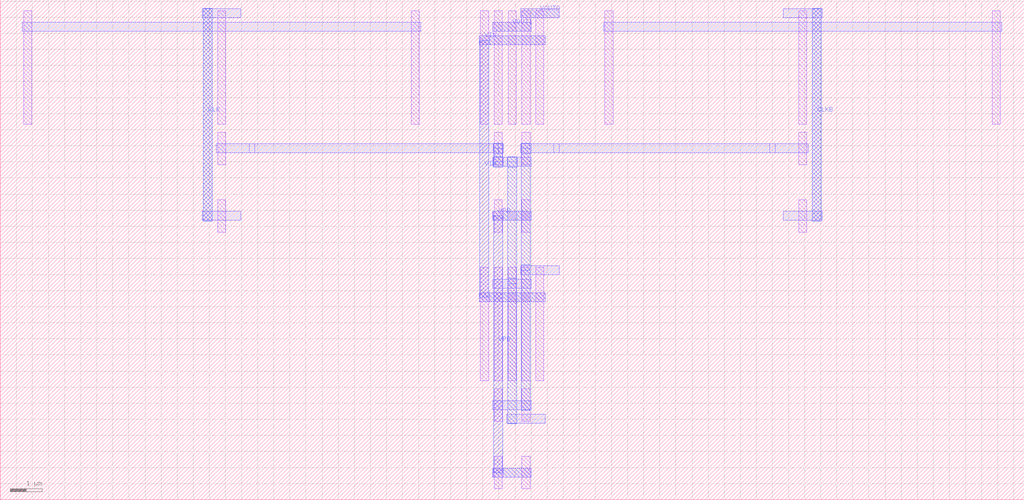
<source format=lef>
MACRO DCDC_XSW_PMOS
  ORIGIN 0 0 ;
  FOREIGN DCDC_XSW_PMOS 0 0 ;
  SIZE 31.82 BY 15.54 ;
  PIN VPB
    DIRECTION INOUT ;
    USE SIGNAL ;
    PORT 
      LAYER M2 ;
        RECT 15.31 0.7 16.51 0.98 ;
      LAYER M2 ;
        RECT 15.31 8.68 16.51 8.96 ;
      LAYER M2 ;
        RECT 15.32 0.7 15.64 0.98 ;
      LAYER M3 ;
        RECT 15.34 0.84 15.62 8.82 ;
      LAYER M2 ;
        RECT 15.32 8.68 15.64 8.96 ;
    END
  END VPB
  PIN VIN
    DIRECTION INOUT ;
    USE SIGNAL ;
    PORT 
      LAYER M2 ;
        RECT 14.88 6.16 16.94 6.44 ;
      LAYER M2 ;
        RECT 14.88 14.14 16.94 14.42 ;
      LAYER M2 ;
        RECT 14.89 6.16 15.21 6.44 ;
      LAYER M3 ;
        RECT 14.91 6.3 15.19 14.28 ;
      LAYER M2 ;
        RECT 14.89 14.14 15.21 14.42 ;
    END
  END VIN
  PIN VOUT0
    DIRECTION INOUT ;
    USE SIGNAL ;
    PORT 
      LAYER M2 ;
        RECT 16.17 14.98 17.37 15.26 ;
    END
  END VOUT0
  PIN VOUT1
    DIRECTION INOUT ;
    USE SIGNAL ;
    PORT 
      LAYER M2 ;
        RECT 15.31 14.56 16.51 14.84 ;
    END
  END VOUT1
  PIN CLKB
    DIRECTION INOUT ;
    USE SIGNAL ;
    PORT 
      LAYER M3 ;
        RECT 25.23 8.66 25.51 15.28 ;
    END
  END CLKB
  PIN CLK
    DIRECTION INOUT ;
    USE SIGNAL ;
    PORT 
      LAYER M3 ;
        RECT 6.31 8.66 6.59 15.28 ;
    END
  END CLK
  OBS 
  LAYER M3 ;
        RECT 16.2 2.78 16.48 7.3 ;
  LAYER M2 ;
        RECT 16.17 10.78 17.37 11.06 ;
  LAYER M2 ;
        RECT 23.91 10.78 25.11 11.06 ;
  LAYER M3 ;
        RECT 16.2 7.14 16.48 10.92 ;
  LAYER M2 ;
        RECT 16.18 10.78 16.5 11.06 ;
  LAYER M2 ;
        RECT 17.2 10.78 24.08 11.06 ;
  LAYER M2 ;
        RECT 16.18 10.78 16.5 11.06 ;
  LAYER M3 ;
        RECT 16.2 10.76 16.48 11.08 ;
  LAYER M2 ;
        RECT 16.18 10.78 16.5 11.06 ;
  LAYER M3 ;
        RECT 16.2 10.76 16.48 11.08 ;
  LAYER M2 ;
        RECT 16.18 10.78 16.5 11.06 ;
  LAYER M3 ;
        RECT 16.2 10.76 16.48 11.08 ;
  LAYER M2 ;
        RECT 16.18 10.78 16.5 11.06 ;
  LAYER M3 ;
        RECT 16.2 10.76 16.48 11.08 ;
  LAYER M3 ;
        RECT 15.77 2.36 16.05 6.88 ;
  LAYER M2 ;
        RECT 15.31 10.36 16.51 10.64 ;
  LAYER M2 ;
        RECT 6.71 10.78 7.91 11.06 ;
  LAYER M3 ;
        RECT 15.77 6.72 16.05 10.5 ;
  LAYER M2 ;
        RECT 15.75 10.36 16.07 10.64 ;
  LAYER M2 ;
        RECT 15.32 10.36 15.64 10.64 ;
  LAYER M3 ;
        RECT 15.34 10.5 15.62 10.92 ;
  LAYER M2 ;
        RECT 7.74 10.78 15.48 11.06 ;
  LAYER M2 ;
        RECT 15.75 10.36 16.07 10.64 ;
  LAYER M3 ;
        RECT 15.77 10.34 16.05 10.66 ;
  LAYER M2 ;
        RECT 15.75 10.36 16.07 10.64 ;
  LAYER M3 ;
        RECT 15.77 10.34 16.05 10.66 ;
  LAYER M2 ;
        RECT 15.32 10.36 15.64 10.64 ;
  LAYER M3 ;
        RECT 15.34 10.34 15.62 10.66 ;
  LAYER M2 ;
        RECT 15.32 10.78 15.64 11.06 ;
  LAYER M3 ;
        RECT 15.34 10.76 15.62 11.08 ;
  LAYER M2 ;
        RECT 15.75 10.36 16.07 10.64 ;
  LAYER M3 ;
        RECT 15.77 10.34 16.05 10.66 ;
  LAYER M2 ;
        RECT 15.32 10.36 15.64 10.64 ;
  LAYER M3 ;
        RECT 15.34 10.34 15.62 10.66 ;
  LAYER M2 ;
        RECT 15.32 10.78 15.64 11.06 ;
  LAYER M3 ;
        RECT 15.34 10.76 15.62 11.08 ;
  LAYER M2 ;
        RECT 15.75 10.36 16.07 10.64 ;
  LAYER M3 ;
        RECT 15.77 10.34 16.05 10.66 ;
  LAYER M1 ;
        RECT 16.215 3.695 16.465 7.225 ;
  LAYER M1 ;
        RECT 16.215 2.435 16.465 3.445 ;
  LAYER M1 ;
        RECT 16.215 0.335 16.465 1.345 ;
  LAYER M1 ;
        RECT 16.645 3.695 16.895 7.225 ;
  LAYER M1 ;
        RECT 15.785 3.695 16.035 7.225 ;
  LAYER M1 ;
        RECT 15.355 3.695 15.605 7.225 ;
  LAYER M1 ;
        RECT 15.355 2.435 15.605 3.445 ;
  LAYER M1 ;
        RECT 15.355 0.335 15.605 1.345 ;
  LAYER M1 ;
        RECT 14.925 3.695 15.175 7.225 ;
  LAYER M2 ;
        RECT 16.17 7 17.37 7.28 ;
  LAYER M2 ;
        RECT 15.31 2.8 16.51 3.08 ;
  LAYER M2 ;
        RECT 15.31 6.58 16.51 6.86 ;
  LAYER M2 ;
        RECT 15.74 2.38 16.94 2.66 ;
  LAYER M2 ;
        RECT 15.31 0.7 16.51 0.98 ;
  LAYER M3 ;
        RECT 16.2 2.78 16.48 7.3 ;
  LAYER M3 ;
        RECT 15.77 2.36 16.05 6.88 ;
  LAYER M2 ;
        RECT 14.88 6.16 16.94 6.44 ;
  LAYER M1 ;
        RECT 16.215 11.675 16.465 15.205 ;
  LAYER M1 ;
        RECT 16.215 10.415 16.465 11.425 ;
  LAYER M1 ;
        RECT 16.215 8.315 16.465 9.325 ;
  LAYER M1 ;
        RECT 16.645 11.675 16.895 15.205 ;
  LAYER M1 ;
        RECT 15.785 11.675 16.035 15.205 ;
  LAYER M1 ;
        RECT 15.355 11.675 15.605 15.205 ;
  LAYER M1 ;
        RECT 15.355 10.415 15.605 11.425 ;
  LAYER M1 ;
        RECT 15.355 8.315 15.605 9.325 ;
  LAYER M1 ;
        RECT 14.925 11.675 15.175 15.205 ;
  LAYER M2 ;
        RECT 15.31 8.68 16.51 8.96 ;
  LAYER M2 ;
        RECT 16.17 14.98 17.37 15.26 ;
  LAYER M2 ;
        RECT 15.31 14.56 16.51 14.84 ;
  LAYER M2 ;
        RECT 16.17 10.78 17.37 11.06 ;
  LAYER M2 ;
        RECT 15.31 10.36 16.51 10.64 ;
  LAYER M2 ;
        RECT 14.88 14.14 16.94 14.42 ;
  LAYER M1 ;
        RECT 24.815 11.675 25.065 15.205 ;
  LAYER M1 ;
        RECT 24.815 10.415 25.065 11.425 ;
  LAYER M1 ;
        RECT 24.815 8.315 25.065 9.325 ;
  LAYER M1 ;
        RECT 18.795 11.675 19.045 15.205 ;
  LAYER M1 ;
        RECT 30.835 11.675 31.085 15.205 ;
  LAYER M2 ;
        RECT 24.34 14.98 25.54 15.26 ;
  LAYER M2 ;
        RECT 18.75 14.56 31.13 14.84 ;
  LAYER M2 ;
        RECT 24.34 8.68 25.54 8.96 ;
  LAYER M2 ;
        RECT 23.91 10.78 25.11 11.06 ;
  LAYER M3 ;
        RECT 25.23 8.66 25.51 15.28 ;
  LAYER M1 ;
        RECT 6.755 11.675 7.005 15.205 ;
  LAYER M1 ;
        RECT 6.755 10.415 7.005 11.425 ;
  LAYER M1 ;
        RECT 6.755 8.315 7.005 9.325 ;
  LAYER M1 ;
        RECT 12.775 11.675 13.025 15.205 ;
  LAYER M1 ;
        RECT 0.735 11.675 0.985 15.205 ;
  LAYER M2 ;
        RECT 6.28 14.98 7.48 15.26 ;
  LAYER M2 ;
        RECT 0.69 14.56 13.07 14.84 ;
  LAYER M2 ;
        RECT 6.28 8.68 7.48 8.96 ;
  LAYER M2 ;
        RECT 6.71 10.78 7.91 11.06 ;
  LAYER M3 ;
        RECT 6.31 8.66 6.59 15.28 ;
  END 
END DCDC_XSW_PMOS

</source>
